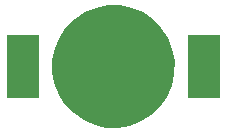
<source format=gts>
%TF.GenerationSoftware,KiCad,Pcbnew,4.0.5-e0-6337~49~ubuntu16.04.1*%
%TF.CreationDate,2017-04-01T19:42:10-07:00*%
%TF.ProjectId,throwie-layers,7468726F7769652D6C61796572732E6B,1.0*%
%TF.FileFunction,Soldermask,Top*%
%FSLAX46Y46*%
G04 Gerber Fmt 4.6, Leading zero omitted, Abs format (unit mm)*
G04 Created by KiCad (PCBNEW 4.0.5-e0-6337~49~ubuntu16.04.1) date Sat Apr  1 19:42:10 2017*
%MOMM*%
%LPD*%
G01*
G04 APERTURE LIST*
%ADD10C,0.350000*%
G04 APERTURE END LIST*
D10*
G36*
X61577342Y-26348646D02*
X62571707Y-26552760D01*
X63507502Y-26946132D01*
X64349061Y-27513771D01*
X65064339Y-28234059D01*
X65626088Y-29079561D01*
X66012915Y-30018072D01*
X66210014Y-31013498D01*
X66210014Y-31013503D01*
X66210082Y-31013847D01*
X66193892Y-32173289D01*
X66193815Y-32173627D01*
X66193815Y-32173636D01*
X65968998Y-33163172D01*
X65556119Y-34090512D01*
X64970978Y-34920002D01*
X64235867Y-35620039D01*
X63378786Y-36163959D01*
X62432376Y-36531047D01*
X61432697Y-36707318D01*
X60417812Y-36686059D01*
X59426385Y-36468080D01*
X58496179Y-36061683D01*
X57662630Y-35482351D01*
X56957478Y-34752145D01*
X56407586Y-33898879D01*
X56033899Y-32955054D01*
X55850655Y-31956631D01*
X55864827Y-30941624D01*
X56075880Y-29948698D01*
X56475771Y-29015681D01*
X57049274Y-28178102D01*
X57774537Y-27467871D01*
X58623943Y-26912036D01*
X59565134Y-26531770D01*
X60562255Y-26341559D01*
X61577342Y-26348646D01*
X61577342Y-26348646D01*
G37*
G36*
X70009860Y-34147600D02*
X67357460Y-34147600D01*
X67357460Y-28895200D01*
X70009860Y-28895200D01*
X70009860Y-34147600D01*
X70009860Y-34147600D01*
G37*
G36*
X54709860Y-34147600D02*
X52057460Y-34147600D01*
X52057460Y-28895200D01*
X54709860Y-28895200D01*
X54709860Y-34147600D01*
X54709860Y-34147600D01*
G37*
M02*

</source>
